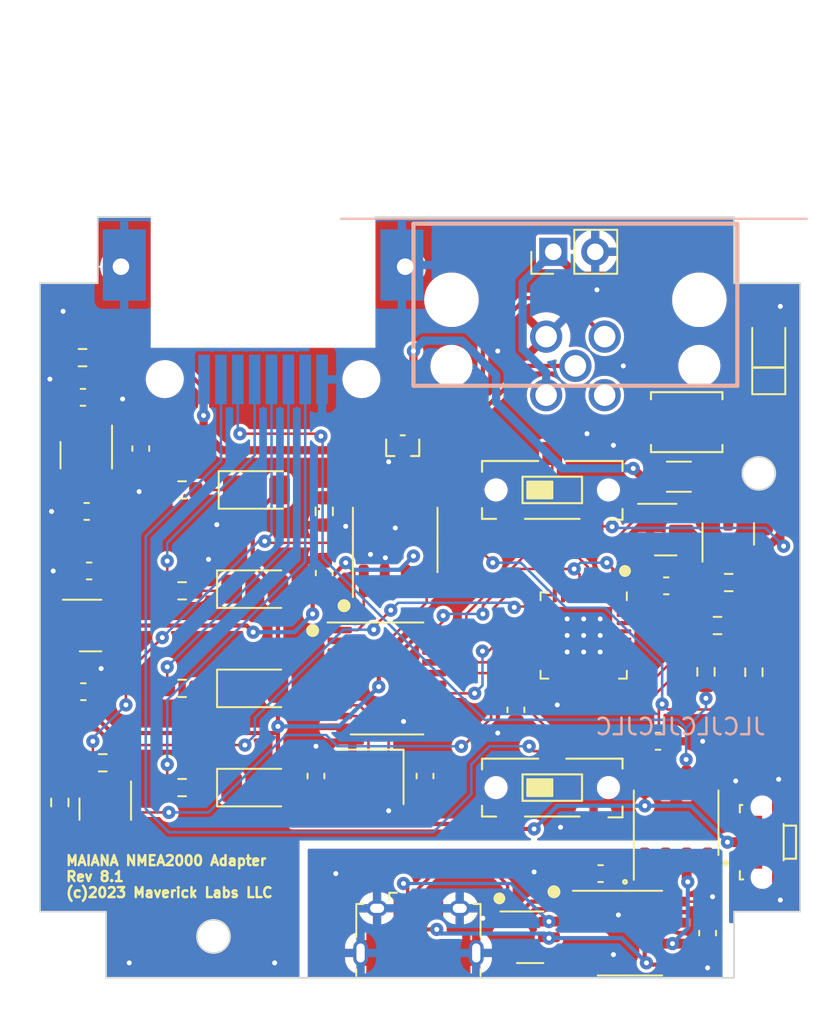
<source format=kicad_pcb>
(kicad_pcb (version 20221018) (generator pcbnew)
  (layers (0 "F.Cu" signal) (31 "B.Cu" signal) (34 "B.Paste" user) (35 "F.Paste" user) (36 "B.SilkS" user "B.Silkscreen") (37 "F.SilkS" user "F.Silkscreen") (38 "B.Mask" user) (39 "F.Mask" user) (44 "Edge.Cuts" user))
  (net 0 "")
  (net 2 "+12V")
  (net 3 "GND")
  (net 4 "/Connections/V_OUT")
  (net 5 "/Connections/TX_DISABLE")
  (net 6 "/Connections/GPS_STATUS")
  (net 7 "/Connections/TRANSPONDER_UART_TX")
  (net 8 "/Connections/AIS_RX_EVENT")
  (net 9 "/Connections/AIS_TX_EVENT")
  (net 10 "VBUS")
  (net 11 "D-")
  (net 12 "D+")
  (net 14 "GND2")
  (net 36 "XTL2")
  (net 37 "XTL1")
  (net 38 "Net-(U7-EN)")
  (net 42 "+5V")
  (net 44 "/CAN/CAN_L")
  (net 45 "/CAN/CAN_H")
  (net 46 "Net-(U3-Rs)")
  (net 47 "Net-(U2-TXCAN)")
  (net 48 "Net-(U2-RXCAN)")
  (net 49 "/CAN/SPI_SCK")
  (net 50 "/CAN/SPI_MOSI")
  (net 51 "/CAN/SPI_MISO")
  (net 52 "/CAN/SPI_CS")
  (net 54 "/CAN/NRST")
  (net 56 "NMEA_RX_EN")
  (net 57 "NMEA_RX")
  (net 58 "/MCU/BOOT0")
  (net 59 "/Connections/MCU_UART_TX")
  (net 60 "/Connections/MCU_UART_RX")
  (net 63 "+3.3V")
  (net 64 "CH340_TX")
  (net 65 "CH340_RX")
  (net 67 "Net-(D1-K)")
  (net 68 "Net-(D2-K)")
  (net 69 "Net-(D3-K)")
  (net 70 "Net-(U5-V3)")
  (net 71 "Net-(D4-K)")
  (net 72 "/Power/PWR_CTRL")
  (net 73 "Net-(Q1-D)")
  (net 74 "Net-(Q2-D)")
  (net 75 "TRANSPONDER_UART_RX")
  (net 77 "/Power/V_IN")
  (footprint "Package_SO:SOIC-8_3.9x4.9mm_P1.27mm" (layer "F.Cu") (at 167.795 120.925 90)
    (fp_text reference "U6" hide)
    (fp_text value "ISO7721DR")
  )
  (footprint "Capacitor_SMD:C_0603_1608Metric" (layer "F.Cu") (at 167.2 106.6)
    (fp_text reference "C13" hide)
    (fp_text value "0.1uF")
  )
  (footprint "Capacitor_SMD:C_0603_1608Metric" (layer "F.Cu") (at 163.225 124 180)
    (fp_text reference "C3" hide)
    (fp_text value "0.1uF")
  )
  (footprint "Connector_PinHeader_2.54mm:PinHeader_1x02_P2.54mm_Vertical" (layer "F.Cu") (at 160.36 86.4 90)
    (fp_text reference "J4" hide)
    (fp_text value "Conn_01x02")
  )
  (footprint "Package_SO:TSSOP-20_4.4x6.5mm_P0.65mm" (layer "F.Cu") (at 150.3 112.2)
    (fp_text reference "U2" hide)
    (fp_text value "MCP2515-xST")
  )
  (footprint "Package_TO_SOT_SMD:SOT-23" (layer "F.Cu") (at 132.3625 109)
    (fp_text reference "U8" hide)
    (fp_text value "SE8533X2-HF")
  )
  (footprint "Capacitor_SMD:C_0603_1608Metric" (layer "F.Cu") (at 146.5 105.825 90)
    (fp_text reference "C11" hide)
    (fp_text value "0.1uF")
  )
  (footprint "Resistor_SMD:R_0603_1608Metric" (layer "F.Cu") (at 137.9 112.8 180)
    (fp_text reference "R3" hide)
    (fp_text value "2k2")
  )
  (footprint "Resistor_SMD:R_0603_1608Metric" (layer "F.Cu") (at 137.9 100.8 180)
    (fp_text reference "R1" hide)
    (fp_text value "2k2")
  )
  (footprint "Package_SO:SOIC-8_3.9x4.9mm_P1.27mm" (layer "F.Cu") (at 150.795 103.825 90)
    (fp_text reference "U3" hide)
    (fp_text value "MCP2551-I-SN")
  )
  (footprint "Capacitor_SMD:C_0603_1608Metric" (layer "F.Cu") (at 146 118.1 90)
    (fp_text reference "C4" hide)
    (fp_text value "20pF")
  )
  (footprint "Package_DFN_QFN:QFN-32-1EP_5x5mm_P0.5mm_EP3.45x3.45mm" (layer "F.Cu") (at 162.2 109.6 -90)
    (fp_text reference "U1" hide)
    (fp_text value "STM32L432KBUx")
  )
  (footprint "Connector_USB:USB_Micro-B_Amphenol_10118194_Horizontal" (layer "F.Cu") (at 152.2 127.5)
    (fp_text reference "J3" hide)
    (fp_text value "USB_B_Micro")
  )
  (footprint "Resistor_SMD:R_0603_1608Metric" (layer "F.Cu") (at 169.6 111.8 90)
    (fp_text reference "R12" hide)
    (fp_text value "0R")
  )
  (footprint "KiCadFootprints:CL-SB-12B-01T" (layer "F.Cu") (at 160.3 118.8)
    (fp_text reference "SW2" hide)
    (fp_text value "CL-SB-12B-01T")
  )
  (footprint "Resistor_SMD:R_0603_1608Metric" (layer "F.Cu") (at 172.5 111.825 90)
    (fp_text reference "R11" hide)
    (fp_text value "0R")
  )
  (footprint "KiCadFootprints:TE_1977066-1" (layer "F.Cu") (at 173 122.1 90)
    (fp_text reference "SW3" hide)
    (fp_text value "TS-1814")
  )
  (footprint "Capacitor_SMD:C_0603_1608Metric" (layer "F.Cu") (at 166.7 116)
    (fp_text reference "C2" hide)
    (fp_text value "0.1uF")
  )
  (footprint "Resistor_SMD:R_0603_1608Metric" (layer "F.Cu") (at 137.9 106.9 180)
    (fp_text reference "R2" hide)
    (fp_text value "2k2")
  )
  (footprint "Resistor_SMD:R_0603_1608Metric" (layer "F.Cu") (at 137.9 118.8 180)
    (fp_text reference "R4" hide)
    (fp_text value "2k2")
  )
  (footprint "Package_TO_SOT_SMD:SOT-23" (layer "F.Cu") (at 170.95 103.4625 90)
    (fp_text reference "Q2" hide)
    (fp_text value "AO3401A")
  )
  (footprint "Package_TO_SOT_SMD:SOT-23" (layer "F.Cu") (at 133.25 120.1 -90)
    (fp_text reference "Q3" hide)
    (fp_text value "BSS138")
  )
  (footprint "LED_SMD:LED_1206_3216Metric" (layer "F.Cu") (at 142.3 118.8)
    (fp_text reference "D4" hide)
    (fp_text value "LED")
  )
  (footprint "Package_SO:SO-8_3.9x4.9mm_P1.27mm" (layer "F.Cu") (at 165 127.6)
    (fp_text reference "U5" hide)
    (fp_text value "CH340N")
  )
  (footprint "Resistor_SMD:R_1206_3216Metric" (layer "F.Cu") (at 167.9625 100)
    (fp_text reference "TH1" hide)
    (fp_text value "BSMD1206-050-16V")
  )
  (footprint "Capacitor_SMD:C_0603_1608Metric" (layer "F.Cu") (at 169.7 127.6 -90)
    (fp_text reference "C1" hide)
    (fp_text value "0.1uF")
  )
  (footprint "LED_SMD:LED_1206_3216Metric" (layer "F.Cu") (at 142.4 100.8)
    (fp_text reference "D1" hide)
    (fp_text value "LED")
  )
  (footprint "Package_TO_SOT_SMD:SOT-23-6" (layer "F.Cu") (at 158.9625 127.85)
    (fp_text reference "U4" hide)
    (fp_text value "SRV05-4")
  )
  (footprint "Capacitor_SMD:C_0603_1608Metric" (layer "F.Cu") (at 132.125 102.1 180)
    (fp_text reference "C9" hide)
    (fp_text value "1uF")
  )
  (footprint "Capacitor_SMD:C_0603_1608Metric" (layer "F.Cu") (at 158.1 114.1 -90)
    (fp_text reference "C12" hide)
    (fp_text value "0.1uF")
  )
  (footprint "LED_SMD:LED_1206_3216Metric" (layer "F.Cu") (at 142.3 106.8)
    (fp_text reference "D2" hide)
    (fp_text value "LED")
  )
  (footprint "LED_SMD:LED_1206_3216Metric" (layer "F.Cu") (at 142.3 112.8)
    (fp_text reference "D3" hide)
    (fp_text value "LED")
  )
  (footprint "Capacitor_SMD:C_0603_1608Metric" (layer "F.Cu") (at 152.6 118.1 -90)
    (fp_text reference "C5" hide)
    (fp_text value "20pF")
  )
  (footprint "KiCadFootprints:DIOM4336X265N" (layer "F.Cu") (at 168.435 96.7)
    (fp_text reference "D6" hide)
    (fp_text value "SMBJ16CA")
  )
  (footprint "Crystal:Crystal_SMD_3225-4Pin_3.2x2.5mm" (layer "F.Cu") (at 149.3 118.15 180)
    (fp_text reference "Y1" hide)
    (fp_text value "X322516MOB4SI")
  )
  (footprint "Resistor_SMD:R_0603_1608Metric" (layer "F.Cu") (at 146.5 102.1 -90)
    (fp_text reference "R7" hide)
    (fp_text value "10k")
  )
  (footprint "KiCadFootprints:CL-SB-12B-01T" (layer "F.Cu") (at 160.3 100.8)
    (fp_text reference "SW1" hide)
    (fp_text value "CL-SB-12B-01T")
  )
  (footprint "Resistor_SMD:R_0603_1608Metric" (layer "F.Cu") (at 131.875 92.8 180)
    (fp_text reference "R6" hide)
    (fp_text value "10k")
  )
  (footprint "Resistor_SMD:R_0603_1608Metric" (layer "F.Cu") (at 130.5 119.7 -90)
    (fp_text reference "R10" hide)
    (fp_text value "10k")
  )
  (footprint "Diode_SMD:D_SOD-123" (layer "F.Cu") (at 173.4 92.65 90)
    (fp_text reference "D8" hide)
    (fp_text value "D_Schottky")
  )
  (footprint "Package_TO_SOT_SMD:SOT-23" (layer "F.Cu") (at 167.1625 103.2)
    (fp_text reference "Q1" hide)
    (fp_text value "BSS138")
  )
  (footprint "Capacitor_SMD:C_0603_1608Metric" (layer "F.Cu") (at 132.275 105.7 180)
    (fp_text reference "C8" hide)
    (fp_text value "1uF")
  )
  (footprint "Resistor_SMD:R_0603_1608Metric" (layer "F.Cu") (at 170.975 106.4 180)
    (fp_text reference "R5" hide)
    (fp_text value "10k")
  )
  (footprint "Capacitor_SMD:C_0603_1608Metric" (layer "F.Cu") (at 135.4 98.3 -90)
    (fp_text reference "C7" hide)
    (fp_text value "1uF")
  )
  (footprint "Package_TO_SOT_SMD:SOT-23-5" (layer "F.Cu") (at 132.1 98.7 -90)
    (fp_text reference "U7" hide)
    (fp_text value "TJ5205SF5-5.0")
  )
  (footprint "Resistor_SMD:R_0603_1608Metric" (layer "F.Cu") (at 133.1 117.3 180)
    (fp_text reference "R9" hide)
    (fp_text value "10k")
  )
  (footprint "Capacitor_SMD:C_0603_1608Metric" (layer "F.Cu") (at 131.9 95.2)
    (fp_text reference "C6" hide)
    (fp_text value "1uF")
  )
  (footprint "KiCadFootprints:SOT323" (layer "F.Cu") (at 151.25 98.125 180)
    (fp_text reference "D5" hide)
    (fp_text value "PESD1CAN-U")
  )
  (footprint "Capacitor_SMD:C_0603_1608Metric" (layer "F.Cu") (at 131.925 113)
    (fp_text reference "C10" hide)
    (fp_text value "1uF")
  )
  (footprint "Resistor_SMD:R_0603_1608Metric" (layer "F.Cu") (at 170.3 109)
    (fp_text reference "R8" hide)
    (fp_text value "10k")
  )
  (footprint "KiCadFootprints:MICRO_C_5PIN" (layer "B.Cu") (at 161.7 93.3)
    (property "VALUE" "12-3701-05")
    (fp_text reference "J1" hide)
    (fp_text value "12-3701-05" hide)
  )
  (footprint "KiCadFootprints:RJ-82A86MMNL" (layer "B.Cu") (at 142.8 90.3)
    (property "VALUE" "RJ-82A86MMNL")
    (fp_text reference "J2" hide)
    (fp_text value "RJ-82A86MMNL" hide)
    (fp_line (start -6.8 -6) (end -6.8 1.9) (stroke (width 0.01)) (layer "Edge.Cuts"))
    (fp_line (start -6.8 1.9) (end 6.8 1.9) (stroke (width 0.01)) (layer "Edge.Cuts"))
    (fp_line (start 6.8 1.9) (end 6.8 -6) (stroke (width 0.01)) (layer "Edge.Cuts"))
  )
  (gr_circle (center 147.7 107.8) (end 148.016228 107.8) (stroke (width 0.15)) (fill solid) (layer "F.SilkS"))
  (gr_circle (center 145.8 109.3) (end 146.116228 109.3) (stroke (width 0.15)) (fill solid) (layer "F.SilkS"))
  (gr_circle (center 157.1 125.5) (end 157.382843 125.5) (stroke (width 0.15)) (fill solid) (layer "F.SilkS"))
  (gr_circle (center 164.7 124.5) (end 164.8 124.5) (stroke (width 0.15)) (fill none) (layer "F.SilkS"))
  (gr_circle (center 164.7 105.7) (end 164.982843 105.7) (stroke (width 0.15)) (fill solid) (layer "F.SilkS"))
  (gr_circle (center 160.4 125.1) (end 160.716228 125.1) (stroke (width 0.15)) (fill solid) (layer "F.SilkS"))
  (gr_line (start 172.5 93.4) (end 174.3 93.4) (stroke (width 0.15)) (layer "F.SilkS"))
  (gr_line (start 175.3 126.3) (end 171.3 126.3) (stroke (width 0.1)) (layer "Edge.Cuts"))
  (gr_line (start 133.3 130.3) (end 133.3 126.3) (stroke (width 0.1)) (layer "Edge.Cuts"))
  (gr_line (start 149.6 84.3) (end 171.3 84.3) (stroke (width 0.1)) (layer "Edge.Cuts"))
  (gr_line (start 133.3 126.3) (end 129.3 126.3) (stroke (width 0.1)) (layer "Edge.Cuts"))
  (gr_line (start 171.3 126.3) (end 171.3 130.3) (stroke (width 0.1)) (layer "Edge.Cuts"))
  (gr_circle (center 139.8 127.8) (end 140.8 127.9) (stroke (width 0.1)) (fill none) (layer "Edge.Cuts"))
  (gr_line (start 175.3 88.3) (end 175.3 126.3) (stroke (width 0.1)) (layer "Edge.Cuts"))
  (gr_line (start 171.3 130.3) (end 133.3 130.3) (stroke (width 0.1)) (layer "Edge.Cuts"))
  (gr_line (start 171.3 84.3) (end 171.3 88.3) (stroke (width 0.1)) (layer "Edge.Cuts"))
  (gr_line (start 132.8 88.3) (end 132.8 84.3) (stroke (width 0.1)) (layer "Edge.Cuts"))
  (gr_line (start 132.8 84.3) (end 136 84.3) (stroke (width 0.1)) (layer "Edge.Cuts"))
  (gr_line (start 171.3 88.3) (end 175.3 88.3) (stroke (width 0.1)) (layer "Edge.Cuts"))
  (gr_line (start 129.3 88.3) (end 132.8 88.3) (stroke (width 0.1)) (layer "Edge.Cuts"))
  (gr_circle (center 172.8 99.8) (end 173.8 99.8) (stroke (width 0.1)) (fill none) (layer "Edge.Cuts"))
  (gr_line (start 129.3 126.3) (end 129.3 88.3) (stroke (width 0.1)) (layer "Edge.Cuts"))
  (gr_text "JLCJLCJLCJLC" (at 173.3 115.7) (layer "B.SilkS") (effects (font (size 1 1)) (justify left bottom mirror)))
  (gr_text "MAIANA NMEA2000 Adapter\nRev 8.1\n(c)2023 Maverick Labs LLC" (at 130.8 125.5) (layer "F.SilkS") (effects (font (size 0.6 0.6)) (justify left bottom)))
  (segment (start 171.3 91.2) (end 173.2 91.2) (width 0.5) (layer "F.Cu") (net 2))
  (segment (start 160.36 86.4) (end 161.81 87.85) (width 0.5) (layer "F.Cu") (net 2))
  (segment (start 161.81 87.85) (end 165.062994 87.85) (width 0.5) (layer "F.Cu") (net 2))
  (segment (start 168.412994 91.2) (end 171.3 91.2) (width 0.5) (layer "F.Cu") (net 2))
  (segment (start 165.062994 87.85) (end 168.412994 91.2) (width 0.5) (layer "F.Cu") (net 2))
  (segment (start 170.6 96.7) (end 171.3 96) (width 0.5) (layer "F.Cu") (net 2))
  (segment (start 173.2 91.2) (end 173.4 91) (width 0.5) (layer "F.Cu") (net 2))
  (segment (start 171.3 96) (end 171.3 91.2) (width 0.5) (layer "F.Cu") (net 2))
  (segment (start 159.93 95.07) (end 159.93 93.691142) (width 0.5) (layer "B.Cu") (net 2))
  (segment (start 159.93 93.691142) (end 158.505 92.266142) (width 0.5) (layer "B.Cu") (net 2))
  (segment (start 158.505 92.266142) (end 158.505 88.255) (width 0.5) (layer "B.Cu") (net 2))
  (segment (start 158.505 88.255) (end 160.36 86.4) (width 0.5) (layer "B.Cu") (net 2))
  (via (at 150.4 120.2) (size 0.8) (drill 0.3) (layers "F.Cu" "B.Cu") (net 3))
  (via (at 150.8 103.1) (size 0.8) (drill 0.3) (layers "F.Cu" "B.Cu") (net 3))
  (via (at 135.3 100.9) (size 0.8) (drill 0.3) (layers "F.Cu" "B.Cu") (net 3))
  (via (at 130 102.1) (size 0.8) (drill 0.3) (layers "F.Cu" "B.Cu") (net 3))
  (via (at 150.4 99.1) (size 0.8) (drill 0.3) (layers "F.Cu" "B.Cu") (net 3))
  (via (at 163 88.7) (size 0.8) (drill 0.3) (layers "F.Cu" "B.Cu") (net 3))
  (via (at 134.3 95.3) (size 0.8) (drill 0.3) (layers "F.Cu" "B.Cu") (net 3))
  (via (at 130.7 90) (size 0.8) (drill 0.3) (layers "F.Cu" "B.Cu") (net 3))
  (via (at 139.5 105) (size 0.8) (drill 0.3) (layers "F.Cu" "B.Cu") (net 3))
  (via (at 162.4 97.4) (size 0.8) (drill 0.3) (layers "F.Cu" "B.Cu") (net 3))
  (via (at 151.3 114.8) (size 0.8) (drill 0.3) (layers "F.Cu" "B.Cu") (net 3))
  (via (at 157 115.5) (size 0.8) (drill 0.3) (layers "F.Cu" "B.Cu") (net 3))
  (via (at 160.8 121.2) (size 0.8) (drill 0.3) (layers "F.Cu" "B.Cu") (net 3))
  (via (at 160.6 113.8) (size 0.8) (drill 0.3) (layers "F.Cu" "B.Cu") (net 3))
  (via (at 164.6 93.3) (size 0.8) (drill 0.3) (layers "F.Cu" "B.Cu") (net 3))
  (via (at 162.2 110.6) (size 0.8) (drill 0.3) (layers "F.Cu" "B.Cu") (net 3))
  (via (at 174.1 89.7) (size 0.8) (drill 0.3) (layers "F.Cu" "B.Cu") (net 3))
  (via (at 171.4 118.4) (size 0.8) (drill 0.3) (layers "F.Cu" "B.Cu") (net 3))
  (via (at 174 118.3) (size 0.8) (drill 0.3) (layers "F.Cu" "B.Cu") (net 3))
  (via (at 134.7 129.4) (size 0.8) (drill 0.3) (layers "F.Cu" "B.Cu") (net 3))
  (via (at 140 102.9) (size 0.8) (drill 0.3) (layers "F.Cu" "B.Cu") (net 3))
  (via (at 162.2 109.6) (size 0.8) (drill 0.3) (layers "F.Cu" "B.Cu") (net 3))
  (via (at 143.5 129.4) (size 0.8) (drill 0.3) (layers "F.Cu" "B.Cu") (net 3))
  (via (at 147.8 103) (size 0.8) (drill 0.3) (layers "F.Cu" "B.Cu") (net 3))
  (via (at 129.9 94.1) (size 0.8) (drill 0.3) (layers "F.Cu" "B.Cu") (net 3))
  (via (at 163.2 108.6) (size 0.8) (drill 0.3) (layers "F.Cu" "B.Cu") (net 3))
  (via (at 130.1 105.7) (size 0.8) (drill 0.3) (layers "F.Cu" "B.Cu") (net 3))
  (via (at 164 98.1) (size 0.8) (drill 0.3) (layers "F.Cu" "B.Cu") (net 3))
  (via (at 133 111.6) (size 0.8) (drill 0.3) (layers "F.Cu" "B.Cu") (net 3))
  (via (at 174.1 125.6) (size 0.8) (drill 0.3) (layers "F.Cu" "B.Cu") (net 3))
  (via (at 163.2 109.6) (size 0.8) (drill 0.3) (layers "F.Cu" "B.Cu") (net 3))
  (via (at 163.2 110.6) (size 0.8) (drill 0.3) (layers "F.Cu" "B.Cu") (net 3))
  (via (at 149.3 104.7) (size 0.8) (drill 0.3) (layers "F.Cu" "B.Cu") (net 3))
  (via (at 161.2 108.6) (size 0.8) (drill 0.3) (layers "F.Cu" "B.Cu") (net 3))
  (via (at 161.2 110.6) (size 0.8) (drill 0.3) (layers "F.Cu" "B.Cu") (net 3))
  (via (at 161.2 109.6) (size 0.8) (drill 0.3) (layers "F.Cu" "B.Cu") (net 3))
  (via (at 157 92.4) (size 0.8) (drill 0.3) (layers "F.Cu" "B.Cu") (net 3))
  (via (at 146 116.3) (size 0.8) (drill 0.3) (layers "F.Cu" "B.Cu") (net 3))
  (via (at 162.2 108.6) (size 0.8) (drill 0.3) (layers "F.Cu" "B.Cu") (net 3))
  (via (at 150.2 104.9) (size 0.8) (drill 0.3) (layers "F.Cu" "B.Cu") (net 3))
  (via (at 169.4 116) (size 0.8) (drill 0.3) (layers "F.Cu" "B.Cu") (net 3))
  (segment (start 133.05 97.5625) (end 135.3625 97.5625) (width 0.254) (layer "F.Cu") (net 4))
  (segment (start 151.9 94.4) (end 147.9 98.4) (width 0.5) (layer "F.Cu") (net 4))
  (segment (start 132.7 92.8) (end 133.173 92.327) (width 0.254) (layer "F.Cu") (net 4))
  (segment (start 136.882951 92.327) (end 139.2 94.644049) (width 0.254) (layer "F.Cu") (net 4))
  (segment (start 140.3 98.4) (end 139.2 97.3) (width 0.5) (layer "F.Cu") (net 4))
  (segment (start 165.7 100) (end 165.2 99.5) (width 0.5) (layer "F.Cu") (net 4))
  (segment (start 135.3625 97.5625) (end 135.4 97.525) (width 0.254) (layer "F.Cu") (net 4))
  (segment (start 138.975 97.525) (end 139.2 97.3) (width 0.254) (layer "F.Cu") (net 4))
  (segment (start 135.4 97.525) (end 138.975 97.525) (width 0.254) (layer "F.Cu") (net 4))
  (segment (start 139.2 97.3) (end 139.2 96.3) (width 0.5) (layer "F.Cu") (net 4))
  (segment (start 151.9 92.4) (end 151.9 94.4) (width 0.5) (layer "F.Cu") (net 4))
  (segment (start 166.5 100) (end 165.7 100) (width 0.5) (layer "F.Cu") (net 4))
  (segment (start 133.173 92.327) (end 136.882951 92.327) (width 0.254) (layer "F.Cu") (net 4))
  (segment (start 139.2 94.644049) (end 139.2 96.3) (width 0.254) (layer "F.Cu") (net 4))
  (segment (start 147.9 98.4) (end 140.3 98.4) (width 0.5) (layer "F.Cu") (net 4))
  (via (at 139.2 96.3) (size 0.8) (drill 0.3) (layers "F.Cu" "B.Cu") (net 4))
  (via (at 151.9 92.4) (size 0.8) (drill 0.3) (layers "F.Cu" "B.Cu") (net 4))
  (via (at 165.2 99.5) (size 0.8) (drill 0.3) (layers "F.Cu" "B.Cu") (net 4))
  (segment (start 139.2 94.15) (end 139.23 94.12) (width 0.5) (layer "B.Cu") (net 4))
  (segment (start 156.9 95.5) (end 156.9 93.843324) (width 0.5) (layer "B.Cu") (net 4))
  (segment (start 165.2 99.5) (end 160.9 99.5) (width 0.5) (layer "B.Cu") (net 4))
  (segment (start 154.831676 91.775) (end 152.525 91.775) (width 0.5) (layer "B.Cu") (net 4))
  (segment (start 139.2 96.3) (end 139.2 94.15) (width 0.5) (layer "B.Cu") (net 4))
  (segment (start 156.9 93.843324) (end 154.831676 91.775) (width 0.5) (layer "B.Cu") (net 4))
  (segment (start 152.525 91.775) (end 151.9 92.4) (width 0.5) (layer "B.Cu") (net 4))
  (segment (start 160.9 99.5) (end 156.9 95.5) (width 0.5) (layer "B.Cu") (net 4))
  (segment (start 158.9 116.3) (end 159.2 116.6) (width 0.152) (layer "F.Cu") (net 5))
  (segment (start 159.2 116.6) (end 160.3 116.6) (width 0.152) (layer "F.Cu") (net 5))
  (via (at 158.9 116.3) (size 0.8) (drill 0.3) (layers "F.Cu" "B.Cu") (net 5))
  (segment (start 155.4 119.2) (end 155.4 117.4) (width 0.152) (layer "B.Cu") (net 5))
  (segment (start 137.1 121.5) (end 153.1 121.5) (width 0.152) (layer "B.Cu") (net 5))
  (segment (start 155.4 117.4) (end 156.5 116.3) (width 0.152) (layer "B.Cu") (net 5))
  (segment (start 135.7 120.1) (end 137.1 121.5) (width 0.152) (layer "B.Cu") (net 5))
  (segment (start 140.25 99.05) (end 135.7 103.6) (width 0.152) (layer "B.Cu") (net 5))
  (segment (start 156.5 116.3) (end 158.9 116.3) (width 0.152) (layer "B.Cu") (net 5))
  (segment (start 135.7 103.6) (end 135.7 120.1) (width 0.152) (layer "B.Cu") (net 5))
  (segment (start 153.1 121.5) (end 155.4 119.2) (width 0.152) (layer "B.Cu") (net 5))
  (segment (start 140.25 94.12) (end 140.25 99.05) (width 0.152) (layer "B.Cu") (net 5))
  (segment (start 137 106.825) (end 137.075 106.9) (width 0.152) (layer "F.Cu") (net 6))
  (segment (start 137 105.1) (end 137 106.825) (width 0.152) (layer "F.Cu") (net 6))
  (via (at 137 105.1) (size 0.8) (drill 0.3) (layers "F.Cu" "B.Cu") (net 6))
  (segment (start 138.9 102.1) (end 137 104) (width 0.152) (layer "B.Cu") (net 6))
  (segment (start 137 104) (end 137 105.1) (width 0.152) (layer "B.Cu") (net 6))
  (segment (start 142.29 98.71) (end 138.9 102.1) (width 0.152) (layer "B.Cu") (net 6))
  (segment (start 142.29 94.12) (end 142.29 98.71) (width 0.152) (layer "B.Cu") (net 6))
  (segment (start 171.074 114.076) (end 167.276 114.076) (width 0.152) (layer "F.Cu") (net 7))
  (segment (start 155.5 104) (end 156.7 105.2) (width 0.152) (layer "F.Cu") (net 7))
  (segment (start 134.5 111.9265) (end 134.5 113.8) (width 0.152) (layer "F.Cu") (net 7))
  (segment (start 153 104) (end 155.5 104) (width 0.152) (layer "F.Cu") (net 7))
  (segment (start 166.749 116.849) (end 167.16 117.26) (width 0.152) (layer "F.Cu") (net 7))
  (segment (start 132.5 116) (end 132.5 117.075) (width 0.152) (layer "F.Cu") (net 7))
  (segment (start 167.276 114.076) (end 166.95 113.75) (width 0.152) (layer "F.Cu") (net 7))
  (segment (start 167.16 117.26) (end 167.16 118.45) (width 0.152) (layer "F.Cu") (net 7))
  (segment (start 166.749 113.951) (end 166.749 116.849) (width 0.152) (layer "F.Cu") (net 7))
  (segment (start 143 104) (end 153 104) (width 0.152) (layer "F.Cu") (net 7))
  (segment (start 132.275 118.9875) (end 132.45 119.1625) (width 0.152) (layer "F.Cu") (net 7))
  (segment (start 132.5 117.075) (end 132.275 117.3) (width 0.152) (layer "F.Cu") (net 7))
  (segment (start 136.7 109.7265) (end 134.5 111.9265) (width 0.152) (layer "F.Cu") (net 7))
  (segment (start 142.9 103.9) (end 143 104) (width 0.152) (layer "F.Cu") (net 7))
  (segment (start 172.5 112.65) (end 171.074 114.076) (width 0.152) (layer "F.Cu") (net 7))
  (segment (start 166.95 113.75) (end 166.749 113.951) (width 0.152) (layer "F.Cu") (net 7))
  (segment (start 132.275 117.3) (end 132.275 118.9875) (width 0.152) (layer "F.Cu") (net 7))
  (via (at 142.9 103.9) (size 0.8) (drill 0.3) (layers "F.Cu" "B.Cu") (net 7))
  (via (at 132.5 116) (size 0.8) (drill 0.3) (layers "F.Cu" "B.Cu") (net 7))
  (via (at 134.5 113.8) (size 0.8) (drill 0.3) (layers "F.Cu" "B.Cu") (net 7))
  (via (at 136.7 109.7265) (size 0.8) (drill 0.3) (layers "F.Cu" "B.Cu") (net 7))
  (via (at 166.95 113.75) (size 0.8) (drill 0.3) (layers "F.Cu" "B.Cu") (net 7))
  (via (at 156.7 105.2) (size 0.8) (drill 0.3) (layers "F.Cu" "B.Cu") (net 7))
  (segment (start 132.5 115.8) (end 132.5 116) (width 0.152) (layer "B.Cu") (net 7))
  (segment (start 161.124 107.924) (end 163.480009 107.924) (width 0.152) (layer "B.Cu") (net 7))
  (segment (start 166.95 111.393991) (end 166.95 113.75) (width 0.152) (layer "B.Cu") (net 7))
  (segment (start 142.5265 103.9) (end 136.7 109.7265) (width 0.152) (layer "B.Cu") (net 7))
  (segment (start 134.5 113.8) (end 132.5 115.8) (width 0.152) (layer "B.Cu") (net 7))
  (segment (start 158.4 105.2) (end 156.7 105.2) (width 0.152) (layer "B.Cu") (net 7))
  (segment (start 158.4 105.2) (end 161.124 107.924) (width 0.152) (layer "B.Cu") (net 7))
  (segment (start 142.9 103.9) (end 142.5265 103.9) (width 0.152) (layer "B.Cu") (net 7))
  (segment (start 163.480009 107.924) (end 166.95 111.393991) (width 0.152) (layer "B.Cu") (net 7))
  (segment (start 143.31 103.49) (end 142.9 103.9) (width 0.152) (layer "B.Cu") (net 7))
  (segment (start 143.31 94.12) (end 143.31 103.49) (width 0.152) (layer "B.Cu") (net 7))
  (segment (start 137 112.725) (end 137.075 112.8) (width 0.152) (layer "F.Cu") (net 8))
  (segment (start 137 111.5) (end 137 112.725) (width 0.152) (layer "F.Cu") (net 8))
  (via (at 137 111.5) (size 0.8) (drill 0.3) (layers "F.Cu" "B.Cu") (net 8))
  (segment (start 144.33 104.17) (end 139.2 109.3) (width 0.152) (layer "B.Cu") (net 8))
  (segment (start 139.2 109.3) (end 137 111.5) (width 0.152) (layer "B.Cu") (net 8))
  (segment (start 144.33 94.12) (end 144.33 104.17) (width 0.152) (layer "B.Cu") (net 8))
  (segment (start 137 117.4) (end 137 118.725) (width 0.152) (layer "F.Cu") (net 9))
  (segment (start 137 118.725) (end 137.075 118.8) (width 0.152) (layer "F.Cu") (net 9))
  (via (at 137 117.4) (size 0.8) (drill 0.3) (layers "F.Cu" "B.Cu") (net 9))
  (segment (start 137 113.5) (end 137 117.4) (width 0.152) (layer "B.Cu") (net 9))
  (segment (start 145.35 105.15) (end 138 112.5) (width 0.152) (layer "B.Cu") (net 9))
  (segment (start 145.35 94.12) (end 145.35 105.15) (width 0.152) (layer "B.Cu") (net 9))
  (segment (start 138 112.5) (end 137 113.5) (width 0.152) (layer "B.Cu") (net 9))
  (segment (start 151.3 127.2) (end 151.474502 127.374502) (width 0.25) (layer "F.Cu") (net 10))
  (segment (start 151.474502 127.374502) (end 153.307746 127.374502) (width 0.25) (layer "F.Cu") (net 10))
  (segment (start 165.89 123.4) (end 165.89 129.29) (width 0.25) (layer "F.Cu") (net 10))
  (segment (start 167.575 129.505) (end 166.105 129.505) (width 0.25) (layer "F.Cu") (net 10))
  (segment (start 165.89 123.4) (end 164.6 123.4) (width 0.25) (layer "F.Cu") (net 10))
  (segment (start 164.6 123.4) (end 164 124) (width 0.25) (layer "F.Cu") (net 10))
  (segment (start 166.105 129.505) (end 166 129.4) (width 0.25) (layer "F.Cu") (net 10))
  (segment (start 150.9 126.1) (end 150.9 126.8) (width 0.25) (layer "F.Cu") (net 10))
  (segment (start 165.89 129.29) (end 166 129.4) (width 0.25) (layer "F.Cu") (net 10))
  (segment (start 150.9 126.8) (end 151.3 127.2) (width 0.25) (layer "F.Cu") (net 10))
  (via (at 166 129.4) (size 0.8) (drill 0.3) (layers "F.Cu" "B.Cu") (net 10))
  (via (at 160.1 127.899503) (size 0.8) (drill 0.3) (layers "F.Cu" "B.Cu") (net 10))
  (via (at 153.307746 127.374502) (size 0.8) (drill 0.3) (layers "F.Cu" "B.Cu") (net 10))
  (segment (start 159.825497 127.625) (end 160.1 127.899503) (width 0.25) (layer "B.Cu") (net 10))
  (segment (start 160.1 127.899503) (end 164.499503 127.899503) (width 0.25) (layer "B.Cu") (net 10))
  (segment (start 153.558244 127.625) (end 159.825497 127.625) (width 0.25) (layer "B.Cu") (net 10))
  (segment (start 164.499503 127.899503) (end 166 129.4) (width 0.25) (layer "B.Cu") (net 10))
  (segment (start 153.307746 127.374502) (end 153.558244 127.625) (width 0.25) (layer "B.Cu") (net 10))
  (segment (start 151.55 126.1) (end 151.55 124.85) (width 0.2) (layer "F.Cu") (net 11))
  (segment (start 160.165 126.965) (end 160.1 126.9) (width 0.2) (layer "F.Cu") (net 11))
  (segment (start 151.55 124.85) (end 151.3 124.6) (width 0.2) (layer "F.Cu") (net 11))
  (segment (start 162.425 126.965) (end 160.165 126.965) (width 0.2) (layer "F.Cu") (net 11))
  (via (at 151.3 124.6) (size 0.8) (drill 0.3) (layers "F.Cu" "B.Cu") (net 11))
  (via (at 160.1 126.9) (size 0.8) (drill 0.3) (layers "F.Cu" "B.Cu") (net 11))
  (segment (start 151.3 124.6) (end 157.8 124.6) (width 0.2) (layer "B.Cu") (net 11))
  (segment (start 157.8 124.6) (end 160.1 126.9) (width 0.2) (layer "B.Cu") (net 11))
  (segment (start 157.6 126.675) (end 157.825 126.9) (width 0.2) (layer "F.Cu") (net 12))
  (segment (start 153.1 124) (end 156.9 124) (width 0.2) (layer "F.Cu") (net 12))
  (segment (start 157.6 124.7) (end 157.6 126.675) (width 0.2) (layer "F.Cu") (net 12))
  (segment (start 159.03 125.695) (end 157.825 126.9) (width 0.254) (layer "F.Cu") (net 12))
  (segment (start 156.9 124) (end 157.6 124.7) (width 0.2) (layer "F.Cu") (net 12))
  (segment (start 162.425 125.695) (end 159.03 125.695) (width 0.254) (layer "F.Cu") (net 12))
  (segment (start 152.2 124.9) (end 153.1 124) (width 0.2) (layer "F.Cu") (net 12))
  (segment (start 152.2 126.1) (end 152.2 124.9) (width 0.2) (layer "F.Cu") (net 12))
  (via (at 159.2 123.9) (size 0.8) (drill 0.3) (layers "F.Cu" "B.Cu") (net 14))
  (via (at 164 128.9) (size 0.8) (drill 0.3) (layers "F.Cu" "B.Cu") (net 14))
  (via (at 164.3 126.5) (size 0.8) (drill 0.3) (layers "F.Cu" "B.Cu") (net 14))
  (via (at 170 125.4) (size 0.8) (drill 0.3) (layers "F.Cu" "B.Cu") (net 14))
  (via (at 169.7 129.7) (size 0.8) (drill 0.3) (layers "F.Cu" "B.Cu") (net 14))
  (via (at 147.2 124) (size 0.8) (drill 0.3) (layers "F.Cu" "B.Cu") (net 14))
  (via (at 156.1 126.7) (size 0.8) (drill 0.3) (layers "F.Cu" "B.Cu") (net 14))
  (segment (start 147.4375 114.475) (end 148.475 114.475) (width 0.152) (layer "F.Cu") (net 36))
  (segment (start 149.176 118.024) (end 148.2 119) (width 0.152) (layer "F.Cu") (net 36))
  (segment (start 146.125 119) (end 148.2 119) (width 0.152) (layer "F.Cu") (net 36))
  (segment (start 146 118.875) (end 146.125 119) (width 0.152) (layer "F.Cu") (net 36))
  (segment (start 149.176 115.176) (end 149.176 118.024) (width 0.152) (layer "F.Cu") (net 36))
  (segment (start 148.475 114.475) (end 149.176 115.176) (width 0.152) (layer "F.Cu") (net 36))
  (segment (start 147.4375 113.825) (end 148.625 113.825) (width 0.152) (layer "F.Cu") (net 37))
  (segment (start 152.575 117.3) (end 150.4 117.3) (width 0.152) (layer "F.Cu") (net 37))
  (segment (start 148.625 113.825) (end 150.4 115.6) (width 0.152) (layer "F.Cu") (net 37))
  (segment (start 152.6 117.325) (end 152.575 117.3) (width 0.152) (layer "F.Cu") (net 37))
  (segment (start 150.4 115.6) (end 150.4 117.3) (width 0.152) (layer "F.Cu") (net 37))
  (segment (start 131.125 95.2) (end 131.125 97.5375) (width 0.254) (layer "F.Cu") (net 38))
  (segment (start 131.05 92.8) (end 131.05 95.125) (width 0.254) (layer "F.Cu") (net 38))
  (segment (start 131.05 95.125) (end 131.125 95.2) (width 0.254) (layer "F.Cu") (net 38))
  (segment (start 131.125 97.5375) (end 131.15 97.5625) (width 0.254) (layer "F.Cu") (net 38))
  (segment (start 133.05 108.75) (end 133.3 109) (width 0.254) (layer "F.Cu") (net 42))
  (segment (start 151.43 106.3) (end 151.43 105.27) (width 0.254) (layer "F.Cu") (net 42))
  (segment (start 133.05 105.7) (end 133.05 108.75) (width 0.254) (layer "F.Cu") (net 42))
  (segment (start 151.43 105.27) (end 151.9 104.8) (width 0.254) (layer "F.Cu") (net 42))
  (segment (start 133.05 101.95) (end 132.9 102.1) (width 0.254) (layer "F.Cu") (net 42))
  (segment (start 141.8 109) (end 142.2 109.4) (width 0.254) (layer "F.Cu") (net 42))
  (segment (start 132.9 102.1) (end 132.9 105.55) (width 0.254) (layer "F.Cu") (net 42))
  (segment (start 145.8 107.3) (end 146.5 106.6) (width 0.254) (layer "F.Cu") (net 42))
  (segment (start 133.3 109) (end 141.8 109) (width 0.254) (layer "F.Cu") (net 42))
  (segment (start 132.9 105.55) (end 133.05 105.7) (width 0.254) (layer "F.Cu") (net 42))
  (segment (start 145.8 108.3) (end 145.8 107.3) (width 0.254) (layer "F.Cu") (net 42))
  (segment (start 133.05 99.8375) (end 133.05 101.95) (width 0.254) (layer "F.Cu") (net 42))
  (segment (start 146.5 106.6) (end 146.5 106.5) (width 0.254) (layer "F.Cu") (net 42))
  (segment (start 146.5 106.5) (end 147.8 105.2) (width 0.254) (layer "F.Cu") (net 42))
  (via (at 147.8 105.2) (size 0.8) (drill 0.3) (layers "F.Cu" "B.Cu") (net 42))
  (via (at 151.9 104.8) (size 0.8) (drill 0.3) (layers "F.Cu" "B.Cu") (net 42))
  (via (at 145.8 108.3) (size 0.8) (drill 0.3) (layers "F.Cu" "B.Cu") (net 42))
  (via (at 142.2 109.4) (size 0.8) (drill 0.3) (layers "F.Cu" "B.Cu") (net 42))
  (segment (start 151.073 105.627) (end 151.9 104.8) (width 0.254) (layer "B.Cu") (net 42))
  (segment (start 148.227 105.627) (end 151.073 105.627) (width 0.254) (layer "B.Cu") (net 42))
  (segment (start 142.2 109.4) (end 144.7 109.4) (width 0.254) (layer "B.Cu") (net 42))
  (segment (start 144.7 109.4) (end 145.8 108.3) (width 0.254) (layer "B.Cu") (net 42))
  (segment (start 147.8 105.2) (end 148.227 105.627) (width 0.254) (layer "B.Cu") (net 42))
  (segment (start 158.8 93.3) (end 161.7 93.3) (width 0.254) (layer "F.Cu") (net 44))
  (segment (start 151.9 99.5) (end 151.43 99.97) (width 0.254) (layer "F.Cu") (net 44))
  (segment (start 151.9 97.2) (end 151.9 99.5) (width 0.254) (layer "F.Cu") (net 44))
  (segment (start 154.9 97.2) (end 158.8 93.3) (width 0.254) (layer "F.Cu") (net 44))
  (segment (start 151.43 99.97) (end 151.43 101.35) (width 0.254) (layer "F.Cu") (net 44))
  (segment (start 151.9 97.2) (end 154.9 97.2) (width 0.254) (layer "F.Cu") (net 44))
  (segment (start 156.1 95.1) (end 156.1 91.8) (width 0.254) (layer "F.Cu") (net 45))
  (segment (start 158.7 89.2) (end 161.14 89.2) (width 0.254) (layer "F.Cu") (net 45))
  (segment (start 150.16 101.35) (end 150.16 100.36) (width 0.254) (layer "F.Cu") (net 45))
  (segment (start 150.6 97.2) (end 152.7 95.1) (width 0.254) (layer "F.Cu") (net 45))
  (segment (start 149.5 99.7) (end 149.5 98.3) (width 0.254) (layer "F.Cu") (net 45))
  (segment (start 152.7 95.1) (end 156.1 95.1) (width 0.254) (layer "F.Cu") (net 45))
  (segment (start 149.5 98.3) (end 150.6 97.2) (width 0.254) (layer "F.Cu") (net 45))
  (segment (start 156.1 91.8) (end 158.7 89.2) (width 0.254) (layer "F.Cu") (net 45))
  (segment (start 161.14 89.2) (end 163.47 91.53) (width 0.254) (layer "F.Cu") (net 45))
  (segment (start 150.16 100.36) (end 149.5 99.7) (width 0.254) (layer "F.Cu") (net 45))
  (segment (start 148.815 101.275) (end 148.89 101.35) (width 0.254) (layer "F.Cu") (net 46))
  (segment (start 146.5 101.275) (end 148.815 101.275) (width 0.254) (layer "F.Cu") (net 46))
  (segment (start 148.89 108.91) (end 148.89 106.3) (width 0.152) (layer "F.Cu") (net 47))
  (segment (start 148.525 109.275) (end 148.89 108.91) (width 0.152) (layer "F.Cu") (net 47))
  (segment (start 147.4375 109.275) (end 148.525 109.275) (width 0.152) (layer "F.Cu") (net 47))
  (segment (start 152.7 107.6) (end 152.7 106.3) (width 0.152) (layer "F.Cu") (net 48))
  (segment (start 150.375 109.925) (end 152.7 107.6) (width 0.152) (layer "F.Cu") (net 48))
  (segment (start 147.4375 109.925) (end 150.375 109.925) (width 0.152) (layer "F.Cu") (net 48))
  (segment (start 155.6 113.1) (end 153.2375 113.1) (width 0.152) (layer "F.Cu") (net 49))
  (segment (start 156.076744 110.5495) (end 156.4505 110.5495) (width 0.152) (layer "F.Cu") (net 49))
  (segment (start 158.2 108.8) (end 159.7125 108.8) (width 0.152) (layer "F.Cu") (net 49))
  (segment (start 153.2375 113.1) (end 153.1625 113.175) (width 0.152) (layer "F.Cu") (net 49))
  (segment (start 156.4505 110.5495) (end 158.2 108.8) (width 0.152) (layer "F.Cu") (net 49))
  (segment (start 159.7125 108.8) (end 159.7625 108.85) (width 0.152) (layer "F.Cu") (net 49))
  (via (at 156.076744 110.5495) (size 0.8) (drill 0.3) (layers "F.Cu" "B.Cu") (net 49))
  (via (at 155.6 113.1) (size 0.8) (drill 0.3) (layers "F.Cu" "B.Cu") (net 49))
  (segment (start 156.076744 112.623256) (end 155.6 113.1) (width 0.152) (layer "B.Cu") (net 49))
  (segment (start 156.076744 110.5495) (end 156.076744 112.623256) (width 0.152) (layer "B.Cu") (net 49))
  (segment (start 158.75 109.85) (end 156.725 111.875) (width 0.152) (layer "F.Cu") (net 50))
  (segment (start 159.7625 109.85) (end 158.75 109.85) (width 0.152) (layer "F.Cu") (net 50))
  (segment (start 156.725 111.875) (end 153.1625 111.875) (width 0.152) (layer "F.Cu") (net 50))
  (segment (start 156.383789 111.225) (end 153.1625 111.225) (width 0.152) (layer "F.Cu") (net 51))
  (segment (start 159.7125 109.3) (end 158.308789 109.3) (width 0.152) (layer "F.Cu") (net 51))
  (segment (start 158.308789 109.3) (end 156.383789 111.225) (width 0.152) (layer "F.Cu") (net 51))
  (segment (start 159.7625 109.35) (end 159.7125 109.3) (width 0.152) (layer "F.Cu") (net 51))
  (segment (start 157.698902 107) (end 156.776 107.922902) (width 0.152) (layer "F.Cu") (net 52))
  (segment (start 156.776 107.922902) (end 156.776 108.580009) (width 0.152) (layer "F.Cu") (net 52))
  (segment (start 156.776 108.580009) (end 154.781009 110.575) (width 0.152) (layer "F.Cu") (net 52))
  (segment (start 160.45 107.1625) (end 158.7625 107.1625) (width 0.152) (layer "F.Cu") (net 52))
  (segment (start 154.781009 110.575) (end 153.1625 110.575) (width 0.152) (layer "F.Cu") (net 52))
  (segment (start 158.7625 107.1625) (end 158.6 107) (width 0.152) (layer "F.Cu") (net 52))
  (segment (start 158.6 107) (end 157.698902 107) (width 0.152) (layer "F.Cu") (net 52))
  (segment (start 162.45 105.45) (end 161.8 104.8) (width 0.152) (layer "F.Cu") (net 54))
  (segment (start 154.075 109.925) (end 153.1625 109.925) (width 0.152) (layer "F.Cu") (net 54))
  (segment (start 158.6 104.8) (end 155.1 108.3) (width 0.152) (layer "F.Cu") (net 54))
  (segment (start 155.1 108.9) (end 154.075 109.925) (width 0.152) (layer "F.Cu") (net 54))
  (segment (start 155.1 108.3) (end 155.1 108.9) (width 0.152) (layer "F.Cu") (net 54))
  (segment (start 161.8 104.8) (end 158.6 104.8) (width 0.152) (layer "F.Cu") (net 54))
  (segment (start 162.45 107.1625) (end 162.45 105.45) (width 0.152) (layer "F.Cu") (net 54))
  (segment (start 159.346289 110.35) (end 156.6 113.096289) (width 0.152) (layer "F.Cu") (net 56))
  (segment (start 156.6 113.096289) (end 156.6 114.6) (width 0.152) (layer "F.Cu") (net 56))
  (segment (start 133.925 117.3) (end 133.925 118.7375) (width 0.152) (layer "F.Cu") (net 56))
  (segment (start 156.6 114.6) (end 154.9 116.3) (width 0.152) (layer "F.Cu") (net 56))
  (segment (start 133.925 118.7375) (end 134.35 119.1625) (width 0.152) (layer "F.Cu") (net 56))
  (segment (start 135.3375 120.3) (end 134.2 119.1625) (width 0.152) (layer "F.Cu") (net 56))
  (segment (start 159.7625 110.35) (end 159.346289 110.35) (width 0.152) (layer "F.Cu") (net 56))
  (segment (start 137.1 120.3) (end 135.3375 120.3) (width 0.152) (layer "F.Cu") (net 56))
  (segment (start 154.9 116.3) (end 154.8 116.3) (width 0.152) (layer "F.Cu") (net 56))
  (via (at 154.8 116.3) (size 0.8) (drill 0.3) (layers "F.Cu" "B.Cu") (net 56))
  (via (at 137.1 120.3) (size 0.8) (drill 0.3) (layers "F.Cu" "B.Cu") (net 56))
  (segment (start 144.176 115.624) (end 139.5 120.3) (width 0.152) (layer "B.Cu") (net 56))
  (segment (start 139.5 120.3) (end 137.1 120.3) (width 0.152) (layer "B.Cu") (net 56))
  (segment (start 146.8 115.8) (end 146.624 115.624) (width 0.152) (layer "B.Cu") (net 56))
  (segment (start 147.3 116.3) (end 146.8 115.8) (width 0.152) (layer "B.Cu") (net 56))
  (segment (start 154.8 116.3) (end 147.3 116.3) (width 0.152) (layer "B.Cu") (net 56))
  (segment (start 146.624 115.624) (end 144.176 115.624) (width 0.152) (layer "B.Cu") (net 56))
  (segment (start 133.25 118.55) (end 133.1 118.4) (width 0.152) (layer "F.Cu") (net 57))
  (segment (start 158.05 107.85) (end 158 107.9) (width 0.152) (layer "F.Cu") (net 57))
  (segment (start 133.25 121.0375) (end 133.25 118.55) (width 0.152) (layer "F.Cu") (net 57))
  (segment (start 132.8375 121.0375) (end 133.25 121.0375) (width 0.152) (layer "F.Cu") (net 57))
  (segment (start 130.5 120.525) (end 132.325 120.525) (width 0.152) (layer "F.Cu") (net 57))
  (segment (start 149.5 109.1) (end 150.527651 108.072349) (width 0.152) (layer "F.Cu") (net 57))
  (segment (start 132.325 120.525) (end 132.8375 121.0375) (width 0.152) (layer "F.Cu") (net 57))
  (segment (start 159.7625 107.85) (end 158.05 107.85) (width 0.152) (layer "F.Cu") (net 57))
  (segment (start 133.6735 116.2265) (end 141.7 116.2265) (width 0.152) (layer "F.Cu") (net 57))
  (segment (start 133.1 118.4) (end 133.1 116.8) (width 0.152) (layer "F.Cu") (net 57))
  (segment (start 149.5 109.2495) (end 149.5 109.1) (width 0.152) (layer "F.Cu") (net 57))
  (segment (start 133.1 116.8) (end 133.6735 116.2265) (width 0.152) (layer "F.Cu") (net 57))
  (via (at 141.7 116.2265) (size 0.8) (drill 0.3) (layers "F.Cu" "B.Cu") (net 57))
  (via (at 158 107.9) (size 0.8) (drill 0.3) (layers "F.Cu" "B.Cu") (net 57))
  (via (at 149.5 109.2495) (size 0.8) (drill 0.3) (layers "F.Cu" "B.Cu") (net 57))
  (via (at 150.527651 108.072349) (size 0.8) (drill 0.3) (layers "F.Cu" "B.Cu") (net 57))
  (segment (start 147.6505 109.2495) (end 149.5 109.2495) (width 0.152) (layer "B.Cu") (net 57))
  (segment (start 142.3 114.6) (end 147.6505 109.2495) (width 0.152) (layer "B.Cu") (net 57))
  (segment (start 150.976 107.624) (end 150.527651 108.072349) (width 0.152) (layer "B.Cu") (net 57))
  (segment (start 142.3 115.6265) (end 142.3 114.6) (width 0.152) (layer "B.Cu") (net 57))
  (segment (start 157.724 107.624) (end 150.976 107.624) (width 0.152) (layer "B.Cu") (net 57))
  (segment (start 141.7 116.2265) (end 142.3 115.6265) (width 0.152) (layer "B.Cu") (net 57))
  (segment (start 158 107.9) (end 157.724 107.624) (width 0.152) (layer "B.Cu") (net 57))
  (segment (start 174.1 115.9) (end 174.1 108.6) (width 0.152) (layer "F.Cu") (net 58))
  (segment (start 173.325 121.6) (end 172.6 120.875) (width 0.25) (layer "F.Cu") (net 58))
  (segment (start 169.475 107.925) (end 169.475 109) (width 0.152) (layer "F.Cu") (net 58))
  (segment (start 169.6 107.8) (end 169.475 107.925) (width 0.152) (layer "F.Cu") (net 58))
  (segment (start 173.325 122.725) (end 173.325 121.6) (width 0.25) (layer "F.Cu") (net 58))
  (segment (start 172.725 123.325) (end 173.325 122.725) (width 0.25) (layer "F.Cu") (net 58))
  (segment (start 172.1 120.875) (end 172.1 119.1) (width 0.152) (layer "F.Cu") (net 58))
  (segment (start 173.2 118) (end 173.2 116.8) (width 0.152) (layer "F.Cu") (net 58))
  (segment (start 173.3 107.8) (end 169.6 107.8) (width 0.152) (layer "F.Cu") (net 58))
  (segment (start 173.2 116.8) (end 174.1 115.9) (width 0.152) (layer "F.Cu") (net 58))
  (segment (start 172.1 123.325) (end 172.725 123.325) (width 0.25) (layer "F.Cu") (net 58))
  (segment (start 166.3 109) (end 169.475 109) (width 0.152) (layer "F.Cu") (net 58))
  (segment (start 165.65 108.35) (end 166.3 109) (width 0.152) (layer "F.Cu") (net 58))
  (segment (start 164.6375 108.35) (end 165.65 108.35) (width 0.152) (layer "F.Cu") (net 58))
  (segment (start 172.1 119.1) (end 173.2 118) (width 0.152) (layer "F.Cu") (net 58))
  (segment (start 172.6 120.875) (end 172.1 120.875) (width 0.25) (layer "F.Cu") (net 58))
  (segment (start 174.1 108.6) (end 173.3 107.8) (width 0.152) (layer "F.Cu") (net 58))
  (segment (start 161.45 112.747804) (end 162.354197 113.652) (width 0.152) (layer "F.Cu") (net 59))
  (segment (start 161.45 112.0375) (end 161.45 112.747804) (width 0.152) (layer "F.Cu") (net 59))
  (segment (start 162.354197 113.652) (end 166.048 113.652) (width 0.152) (layer "F.Cu") (net 59))
  (segment (start 168.049 111.651) (end 171.849 111.651) (width 0.152) (layer "F.Cu") (net 59))
  (segment (start 171.849 111.651) (end 172.5 111) (width 0.152) (layer "F.Cu") (net 59))
  (segment (start 166.048 113.652) (end 168.049 111.651) (width 0.152) (layer "F.Cu") (net 59))
  (segment (start 161.95 112.75) (end 162.5 113.3) (width 0.152) (layer "F.Cu") (net 60))
  (segment (start 162.5 113.3) (end 165.4 113.3) (width 0.152) (layer "F.Cu") (net 60))
  (segment (start 165.4 113.3) (end 167.725 110.975) (width 0.152) (layer "F.Cu") (net 60))
  (segment (start 167.725 110.975) (end 169.6 110.975) (width 0.152) (layer "F.Cu") (net 60))
  (segment (start 161.95 112.0375) (end 161.95 112.75) (width 0.152) (layer "F.Cu") (net 60))
  (segment (start 165.89 118.45) (end 165.89 119.89) (width 0.25) (layer "F.Cu") (net 63))
  (segment (start 131.425 112.725) (end 131.15 113) (width 0.254) (layer "F.Cu") (net 63))
  (segment (start 149.8 111.946131) (end 149.8 112.7) (width 0.254) (layer "F.Cu") (net 63))
  (segment (start 143.7 115.1) (end 143.7 112.8) (width 0.254) (layer "F.Cu") (net 63))
  (segment (start 165.89 116.035) (end 165.925 116) (width 0.25) (layer "F.Cu") (net 63))
  (segment (start 143.8 100.8) (end 142.173 102.427) (width 0.254) (layer "F.Cu") (net 63))
  (segment (start 153.1625 109.275) (end 152.471131 109.275) (width 0.254) (layer "F.Cu") (net 63))
  (segment (start 158.1 121.3) (end 157.8 121) (width 0.25) (layer "F.Cu") (net 63))
  (segment (start 165.89 119.89) (end 165.9 119.9) (width 0.25) (layer "F.Cu") (net 63))
  (segment (start 163.95 107.1625) (end 163.95 105.55) (width 0.152) (layer "F.Cu") (net 63))
  (segment (start 161.622349 105.577651) (end 161.95 105.905302) (width 0.152) (layer "F.Cu") (net 63))
  (segment (start 131.425 109.95) (end 131.425 112.725) (width 0.254) (layer "F.Cu") (net 63))
  (segment (start 133.65 115.5) (end 143.7 115.5) (width 0.254) (layer "F.Cu") (net 63))
  (segment (start 170.9 122.1) (end 172.1 122.1) (width 0.25) (layer "F.Cu") (net 63))
  (segment (start 158.322349 105.577651) (end 156.1 107.8) (width 0.152) (layer "F.Cu") (net 63))
  (segment (start 142.173 105.273) (end 143.7 106.8) (width 0.254) (layer "F.Cu") (net 63))
  (segment (start 157.8 121) (end 154.7 121) (width 0.254) (layer "F.Cu") (net 63))
  (segment (start 154.7 121) (end 144.6 121) (width 0.254) (layer "F.Cu") (net 63))
  (segment (start 143.7 115.5) (end 143.7 115.1) (width 0.254) (layer "F.Cu") (net 63))
  (segment (start 161.622349 105.577651) (end 158.322349 105.577651) (width 0.152) (layer "F.Cu") (net 63))
  (segment (start 165 106.6) (end 163.95 105.55) (width 0.152) (layer "F.Cu") (net 63))
  (segment (start 130.5 113.65) (end 131.15 113) (width 0.152) (layer "F.Cu") (net 63))
  (segment (start 160.45 112.65) (end 159.775 113.325) (width 0.152) (layer "F.Cu") (net 63))
  (segment (start 161.95 105.905302) (end 161.95 107.1625) (width 0.152) (layer "F.Cu") (net 63))
  (segment (start 160.45 112.0375) (end 160.45 112.65) (width 0.152) (layer "F.Cu") (net 63))
  (segment (start 143.7 112.8) (end 143.7 106.8) (width 0.254) (layer "F.Cu") (net 63))
  (segment (start 153.7 108.7375) (end 153.1625 109.275) (width 0.152) (layer "F.Cu") (net 63))
  (segment (start 131.15 113) (end 133.65 115.5) (width 0.254) (layer "F.Cu") (net 63))
  (segment (start 159.2 121.3) (end 158.1 121.3) (width 0.25) (layer "F.Cu") (net 63))
  (segment (start 156.1 107.8) (end 156.1 108.3) (width 0.152) (layer "F.Cu") (net 63))
  (segment (start 130.5 118.875) (end 130.5 113.65) (width 0.152) (layer "F.Cu") (net 63))
  (segment (start 163.95 105.55) (end 163.6 105.2) (width 0.152) (layer "F.Cu") (net 63))
  (segment (start 152.471131 109.275) (end 149.8 111.946131) (width 0.254) (layer "F.Cu") (net 63))
  (segment (start 166.425 106.6) (end 165 106.6) (width 0.152) (layer "F.Cu") (net 63))
  (segment (start 165.89 118.45) (end 165.89 116.035) (width 0.25) (layer "F.Cu") (net 63))
  (segment (start 160.275 115.5) (end 165.425 115.5) (width 0.152) (layer "F.Cu") (net 63))
  (segment (start 142.173 102.427) (end 142.173 105.273) (width 0.254) (layer "F.Cu") (net 63))
  (segment (start 165.425 115.5) (end 165.925 116) (width 0.152) (layer "F.Cu") (net 63))
  (segment (start 143.7 118.8) (end 143.7 115.5) (width 0.254) (layer "F.Cu") (net 63))
  (segment (start 144.6 121) (end 143.7 120.1) (width 0.254) (layer "F.Cu") (net 63))
  (segment (start 143.7 120.1) (end 143.7 118.8) (width 0.254) (layer "F.Cu") (net 63))
  (segment (start 153.7 108.4) (end 153.7 108.7375) (width 0.152) (layer "F.Cu") (net 63))
  (segment (start 159.775 113.325) (end 158.1 113.325) (width 0.152) (layer "F.Cu") (net 63))
  (segment (start 158.1 113.325) (end 160.275 115.5) (width 0.152) (layer "F.Cu") (net 63))
  (via (at 163.6 105.2) (size 0.8) (drill 0.3) (layers "F.Cu" "B.Cu") (net 63))
  (via (at 159.2 121.3) (size 0.8) (drill 0.3) (layers "F.Cu" "B.Cu") (net 63))
  (via (at 161.622349 105.577651) (size 0.8) (drill 0.3) (layers "F.Cu" "B.Cu") (net 63))
  (via (at 153.7 108.4) (size 0.8) (drill 0.3) (layers "F.Cu" "B.Cu") (net 63))
  (via (at 165.9 119.9) (size 0.8) (drill 0.3) (layers "F.Cu" "B.Cu") (net 63))
  (via (at 149.8 112.7) (size 0.8) (drill 0.3) (layers "F.Cu" "B.Cu") (net 63))
  (via (at 143.7 115.1) (size 0.8) (drill 0.3) (layers "F.Cu" "B.Cu") (net 63))
  (via (at 156.1 108.3) (size 0.8) (drill 0.3) (layers "F.Cu" "B.Cu") (net 63))
  (via (at 170.9 122.1) (size 0.8) (drill 0.3) (layers "F.Cu" "B.Cu") (net 63))
  (segment (start 160.6 119.9) (end 159.2 121.3) (width 0.25) (layer "B.Cu") (net 63))
  (segment (start 168.7 119.9) (end 170.9 122.1) (width 0.25) (layer "B.Cu") (net 63))
  (segment (start 149.8 112.7) (end 147.4 115.1) (width 0.254) (layer "B.Cu") (net 63))
  (segment (start 165.9 119.9) (end 160.6 119.9) (width 0.25) (layer "B.Cu") (net 63))
  (segment (start 165.9 119.9) (end 168.7 119.9) (width 0.25) (layer "B.Cu") (net 63))
  (segment (start 153.8 108.3) (end 153.7 108.4) (width 0.152) (layer "B.Cu") (net 63))
  (segment (start 156.1 108.3) (end 153.8 108.3) (width 0.152) (layer "B.Cu") (net 63))
  (segment (start 147.4 115.1) (end 143.7 115.1) (width 0.254) (layer "B.Cu") (net 63))
  (segment (start 163.6 105.2) (end 162 105.2) (width 0.152) (layer "B.Cu") (net 63))
  (segment (start 162 105.2) (end 161.622349 105.577651) (width 0.152) (layer "B.Cu") (net 63))
  (segment (start 168.43 123.4) (end 168.43 124.43) (width 0.25) (layer "F.Cu") (net 64))
  (segment (start 168.43 124.43) (end 168.5 124.5) (width 0.25) (layer "F.Cu") (net 64))
  (via (at 167.575 128.235) (size 0.8) (drill 0.3) (layers "F.Cu" "B.Cu") (net 64))
  (via (at 168.5 124.5) (size 0.8) (drill 0.3) (layers "F.Cu" "B.Cu") (net 64))
  (segment (start 168.5 127.31) (end 167.575 128.235) (width 0.25) (layer "B.Cu") (net 64))
  (segment (start 168.5 124.5) (end 168.5 127.31) (width 0.25) (layer "B.Cu") (net 64))
  (segment (start 167.298249 126.965) (end 167.575 126.965) (width 0.25) (layer "F.Cu") (net 65))
  (segment (start 166.375 126.041751) (end 167.298249 126.965) (width 0.25) (layer "F.Cu") (net 65))
  (segment (start 166.375 125.348249) (end 166.375 126.041751) (width 0.25) (layer "F.Cu") (net 65))
  (segment (start 167.16 124.563249) (end 166.375 125.348249) (width 0.25) (layer "F.Cu") (net 65))
  (segment (start 167.16 123.4) (end 167.16 124.563249) (width 0.25) (layer "F.Cu") (net 65))
  (segment (start 141 100.8) (end 138.725 100.8) (width 0.152) (layer "F.Cu") (net 67))
  (segment (start 140.8 106.9) (end 140.9 106.8) (width 0.152) (layer "F.Cu") (net 68))
  (segment (start 138.725 106.9) (end 140.8 106.9) (width 0.152) (layer "F.Cu") (net 68))
  (segment (start 140.9 112.8) (end 138.725 112.8) (width 0.152) (layer "F.Cu") (net 69))
  (segment (start 169.7 126.095) (end 169.3 125.695) (width 0.152) (layer "F.Cu") (net 70))
  (segment (start 169.3 125.695) (end 167.575 125.695) (width 0.152) (layer "F.Cu") (net 70))
  (segment (start 169.7 126.825) (end 169.7 126.095) (width 0.152) (layer "F.Cu") (net 70))
  (segment (start 140.9 118.8) (end 138.725 118.8) (width 0.152) (layer "F.Cu") (net 71))
  (segment (start 161.1 104) (end 163.9 104) (width 0.152) (layer "F.Cu") (net 72))
  (segment (start 160.3 103.2) (end 161.1 104) (width 0.152) (layer "F.Cu") (net 72))
  (segment (start 163.9 104) (end 165.65 102.25) (width 0.152) (layer "F.Cu") (net 72))
  (segment (start 160.3 98.6) (end 160.3 103.2) (width 0.152) (layer "F.Cu") (net 72))
  (segment (start 165.65 102.25) (end 166.225 102.25) (width 0.152) (layer "F.Cu") (net 72))
  (segment (start 168.1 103.2) (end 168.8 103.2) (width 0.152) (layer "F.Cu") (net 73))
  (segment (start 168.8 103.2) (end 170 104.4) (width 0.152) (layer "F.Cu") (net 73))
  (segment (start 170.15 106.4) (end 170.15 104.55) (width 0.152) (layer "F.Cu") (net 73))
  (segment (start 170.15 104.55) (end 170 104.4) (width 0.152) (layer "F.Cu") (net 73))
  (segment (start 169.425 100) (end 170.7 100) (width 0.5) (layer "F.Cu") (net 74))
  (segment (start 170.95 100.25) (end 170.95 102.525) (width 0.5) (layer "F.Cu") (net 74))
  (segment (start 170.7 100) (end 170.95 100.25) (width 0.5) (layer "F.Cu") (net 74))
  (segment (start 168.4 118.42) (end 168.43 118.45) (width 0.152) (layer "F.Cu") (net 75))
  (segment (start 141.4 97.4) (end 146.1495 97.4) (width 0.152) (layer "F.Cu") (net 75))
  (segment (start 146.1495 97.4) (end 146.3 97.5505) (width 0.152) (layer "F.Cu") (net 75))
  (segment (start 168.4 117.1) (end 168.4 118.42) (width 0.152) (layer "F.Cu") (net 75))
  (segment (start 169.6 112.625) (end 169.6 113.4) (width 0.152) (layer "F.Cu") (net 75))
  (via (at 168.4 117.1) (size 0.8) (drill 0.3) (layers "F.Cu" "B.Cu") (net 75))
  (via (at 146.3 97.5505) (size 0.8) (drill 0.3) (layers "F.Cu" "B.Cu") (net 75))
  (via (at 169.6 113.4) (size 0.8) (drill 0.3) (layers "F.Cu" "B.Cu") (net 75))
  (via (at 141.4 97.4) (size 0.8) (drill 0.3) (layers "F.Cu" "B.Cu") (net 75))
  (segment (start 156.2 114.7) (end 161.7 114.7) (width 0.152) (layer "B.Cu") (net 75))
  (segment (start 167.9 114.7) (end 168.4 115.2) (width 0.152) (layer "B.Cu") (net 75))
  (segment (start 146.4 97.6505) (end 146.4 104.9) (width 0.152) (layer "B.Cu") (net 75))
  (segment (start 146.3 97.5505) (end 146.4 97.6505) (width 0.152) (layer "B.Cu") (net 75))
  (segment (start 165.4 114.7) (end 167.9 114.7) (width 0.152) (layer "B.Cu") (net 75))
  (segment (start 169.6 113.4) (end 169.6 114) (width 0.152) (layer "B.Cu") (net 75))
  (segment (start 161.7 114.7) (end 165.4 114.7) (width 0.152) (layer "B.Cu") (net 75))
  (segment (start 141.27 94.12) (end 141.27 97.27) (width 0.152) (layer "B.Cu") (net 75))
  (segment (start 169.6 114) (end 168.4 115.2) (width 0.152) (layer "B.Cu") (net 75))
  (segment (start 146.4 104.9) (end 156.2 114.7) (width 0.152) (layer "B.Cu") (net 75))
  (segment (start 168.4 115.2) (end 168.4 117.1) (width 0.152) (layer "B.Cu") (net 75))
  (segment (start 141.27 97.27) (end 141.4 97.4) (width 0.152) (layer "B.Cu") (net 75))
  (segment (start 173.6 104) (end 172.3 104) (width 0.5) (layer "F.Cu") (net 77))
  (segment (start 173.4 98.624796) (end 174.1 99.324796) (width 0.5) (layer "F.Cu") (net 77))
  (segment (start 171.8 104.5) (end 171.9 104.4) (width 0.5) (layer "F.Cu") (net 77))
  (segment (start 163.9 103) (end 163.922349 103.022349) (width 0.152) (layer "F.Cu") (net 77))
  (segment (start 174.1 103.5) (end 173.6 104) (width 0.5) (layer "F.Cu") (net 77))
  (segment (start 174.1 103.5) (end 174.1 104) (width 0.5) (layer "F.Cu") (net 77))
  (segment (start 162.8 103) (end 163.9 103) (width 0.152) (layer "F.Cu") (net 77))
  (segment (start 174.1 104) (end 174.3 104.2) (width 0.5) (layer "F.Cu") (net 77))
  (segment (start 172.3 104) (end 171.9 104.4) (width 0.5) (layer "F.Cu") (net 77))
  (segment (start 174.1 99.324796) (end 174.1 103.5) (width 0.5) (layer "F.Cu") (net 77))
  (segment (start 173.4 94.3) (end 173.4 98.624796) (width 0.5) (layer "F.Cu") (net 77))
  (segment (start 171.8 106.4) (end 171.8 104.5) (width 0.5) (layer "F.Cu") (net 77))
  (via (at 174.3 104.2) (size 0.8) (drill 0.3) (layers "F.Cu" "B.Cu") (net 77))
  (via (at 163.922349 103.022349) (size 0.8) (drill 0.3) (layers "F.Cu" "B.Cu") (net 77))
  (segment (start 174.3 104.2) (end 173.2 103.1) (width 0.152) (layer "B.Cu") (net 77))
  (segment (start 173.2 103.1) (end 164 103.1) (width 0.152) (layer "B.Cu") (net 77))
  (zone (net 14) (net_name "GND2") (layers "F&B.Cu") (connect_pads (clearance 0.2)) (min_thickness 0.152) (fill yes (thermal_gap 0.5) (thermal_bridge_width 0.5))
    (polygon (pts (xy 145.5 131) (xy 145.5 122.5) (xy 170.6 122.5) (xy 170.6 131)))
  )
  (zone (net 3) (net_name "GND") (layers "F&B.Cu") (priority 1) (connect_pads (clearance 0.2)) (min_thickness 0.152) (fill yes (thermal_gap 0.5) (thermal_bridge_width 0.5))
    (polygon (pts (xy 145 131) (xy 145 122) (xy 171 122) (xy 171 127) (xy 176 127) (xy 176 83) (xy 128 83) (xy 128 131)))
  )
)
</source>
